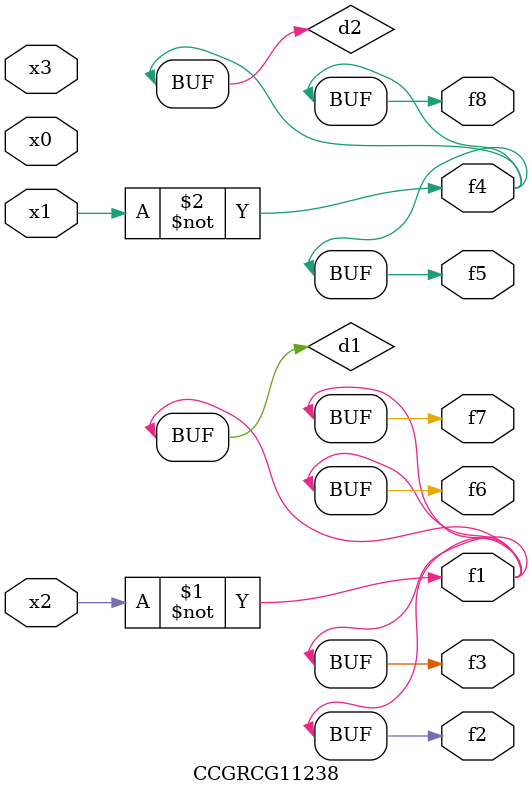
<source format=v>
module CCGRCG11238(
	input x0, x1, x2, x3,
	output f1, f2, f3, f4, f5, f6, f7, f8
);

	wire d1, d2;

	xnor (d1, x2);
	not (d2, x1);
	assign f1 = d1;
	assign f2 = d1;
	assign f3 = d1;
	assign f4 = d2;
	assign f5 = d2;
	assign f6 = d1;
	assign f7 = d1;
	assign f8 = d2;
endmodule

</source>
